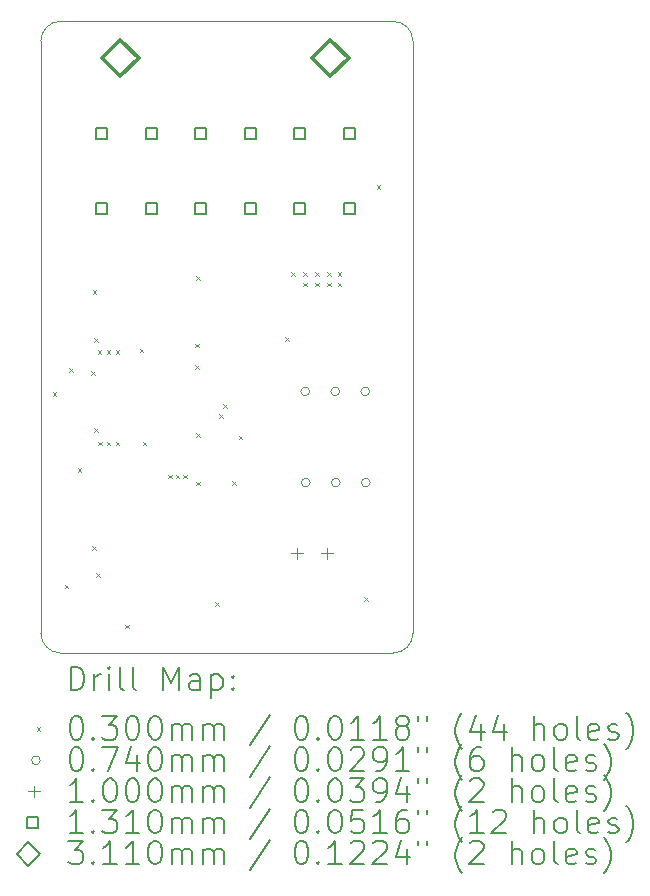
<source format=gbr>
%TF.GenerationSoftware,KiCad,Pcbnew,(6.0.8)*%
%TF.CreationDate,2023-06-01T04:31:06+02:00*%
%TF.ProjectId,BSPD-07,42535044-2d30-4372-9e6b-696361645f70,rev?*%
%TF.SameCoordinates,Original*%
%TF.FileFunction,Drillmap*%
%TF.FilePolarity,Positive*%
%FSLAX45Y45*%
G04 Gerber Fmt 4.5, Leading zero omitted, Abs format (unit mm)*
G04 Created by KiCad (PCBNEW (6.0.8)) date 2023-06-01 04:31:06*
%MOMM*%
%LPD*%
G01*
G04 APERTURE LIST*
%ADD10C,0.100000*%
%ADD11C,0.200000*%
%ADD12C,0.030000*%
%ADD13C,0.074000*%
%ADD14C,0.131000*%
%ADD15C,0.311000*%
G04 APERTURE END LIST*
D10*
X14995880Y-8238490D02*
G75*
G03*
X14830780Y-8403590I0J-165100D01*
G01*
X17980380Y-8403590D02*
G75*
G03*
X17815280Y-8238490I-165100J0D01*
G01*
X17815280Y-8238490D02*
X14995880Y-8238490D01*
X17815280Y-13585190D02*
G75*
G03*
X17980380Y-13420090I0J165100D01*
G01*
X14830780Y-13420090D02*
G75*
G03*
X14995880Y-13585190I165100J0D01*
G01*
X14995880Y-13585190D02*
X17815280Y-13585190D01*
X14830780Y-8403590D02*
X14830780Y-13420090D01*
X17980380Y-8403590D02*
X17980380Y-13420090D01*
D11*
D12*
X14930080Y-11379440D02*
X14960080Y-11409440D01*
X14960080Y-11379440D02*
X14930080Y-11409440D01*
X15031680Y-13007580D02*
X15061680Y-13037580D01*
X15061680Y-13007580D02*
X15031680Y-13037580D01*
X15069780Y-11176240D02*
X15099780Y-11206240D01*
X15099780Y-11176240D02*
X15069780Y-11206240D01*
X15143440Y-12022060D02*
X15173440Y-12052060D01*
X15173440Y-12022060D02*
X15143440Y-12052060D01*
X15255880Y-11201640D02*
X15285880Y-11231640D01*
X15285880Y-11201640D02*
X15255880Y-11231640D01*
X15265360Y-12682460D02*
X15295360Y-12712460D01*
X15295360Y-12682460D02*
X15265360Y-12712460D01*
X15270440Y-10513300D02*
X15300440Y-10543300D01*
X15300440Y-10513300D02*
X15270440Y-10543300D01*
X15281280Y-10922240D02*
X15311280Y-10952240D01*
X15311280Y-10922240D02*
X15281280Y-10952240D01*
X15281280Y-11684240D02*
X15311280Y-11714240D01*
X15311280Y-11684240D02*
X15281280Y-11714240D01*
X15298380Y-12911060D02*
X15328380Y-12941060D01*
X15328380Y-12911060D02*
X15298380Y-12941060D01*
X15313620Y-11023840D02*
X15343620Y-11053840D01*
X15343620Y-11023840D02*
X15313620Y-11053840D01*
X15316160Y-11798540D02*
X15346160Y-11828540D01*
X15346160Y-11798540D02*
X15316160Y-11828540D01*
X15387280Y-11023840D02*
X15417280Y-11053840D01*
X15417280Y-11023840D02*
X15387280Y-11053840D01*
X15387280Y-11798540D02*
X15417280Y-11828540D01*
X15417280Y-11798540D02*
X15387280Y-11828540D01*
X15463480Y-11023840D02*
X15493480Y-11053840D01*
X15493480Y-11023840D02*
X15463480Y-11053840D01*
X15463480Y-11798540D02*
X15493480Y-11828540D01*
X15493480Y-11798540D02*
X15463480Y-11828540D01*
X15544760Y-13347940D02*
X15574760Y-13377940D01*
X15574760Y-13347940D02*
X15544760Y-13377940D01*
X15666680Y-11011140D02*
X15696680Y-11041140D01*
X15696680Y-11011140D02*
X15666680Y-11041140D01*
X15692080Y-11798540D02*
X15722080Y-11828540D01*
X15722080Y-11798540D02*
X15692080Y-11828540D01*
X15907980Y-12077940D02*
X15937980Y-12107940D01*
X15937980Y-12077940D02*
X15907980Y-12107940D01*
X15971480Y-12077940D02*
X16001480Y-12107940D01*
X16001480Y-12077940D02*
X15971480Y-12107940D01*
X16034980Y-12077940D02*
X16064980Y-12107940D01*
X16064980Y-12077940D02*
X16034980Y-12107940D01*
X16136580Y-11150840D02*
X16166580Y-11180840D01*
X16166580Y-11150840D02*
X16136580Y-11180840D01*
X16139120Y-10967960D02*
X16169120Y-10997960D01*
X16169120Y-10967960D02*
X16139120Y-10997960D01*
X16144200Y-10396460D02*
X16174200Y-10426460D01*
X16174200Y-10396460D02*
X16144200Y-10426460D01*
X16144200Y-11727420D02*
X16174200Y-11757420D01*
X16174200Y-11727420D02*
X16144200Y-11757420D01*
X16144200Y-12135340D02*
X16174200Y-12165340D01*
X16174200Y-12135340D02*
X16144200Y-12165340D01*
X16306960Y-13154900D02*
X16336960Y-13184900D01*
X16336960Y-13154900D02*
X16306960Y-13184900D01*
X16339780Y-11564860D02*
X16369780Y-11594860D01*
X16369780Y-11564860D02*
X16339780Y-11594860D01*
X16373480Y-11481040D02*
X16403480Y-11511040D01*
X16403480Y-11481040D02*
X16373480Y-11511040D01*
X16449000Y-12133820D02*
X16479000Y-12163820D01*
X16479000Y-12133820D02*
X16449000Y-12163820D01*
X16505430Y-11747740D02*
X16535430Y-11777740D01*
X16535430Y-11747740D02*
X16505430Y-11777740D01*
X16901120Y-10914620D02*
X16931120Y-10944620D01*
X16931120Y-10914620D02*
X16901120Y-10944620D01*
X16949380Y-10363440D02*
X16979380Y-10393440D01*
X16979380Y-10363440D02*
X16949380Y-10393440D01*
X17050980Y-10363440D02*
X17080980Y-10393440D01*
X17080980Y-10363440D02*
X17050980Y-10393440D01*
X17050980Y-10452340D02*
X17080980Y-10482340D01*
X17080980Y-10452340D02*
X17050980Y-10482340D01*
X17152580Y-10363440D02*
X17182580Y-10393440D01*
X17182580Y-10363440D02*
X17152580Y-10393440D01*
X17152580Y-10452340D02*
X17182580Y-10482340D01*
X17182580Y-10452340D02*
X17152580Y-10482340D01*
X17254180Y-10363440D02*
X17284180Y-10393440D01*
X17284180Y-10363440D02*
X17254180Y-10393440D01*
X17254180Y-10452340D02*
X17284180Y-10482340D01*
X17284180Y-10452340D02*
X17254180Y-10482340D01*
X17343080Y-10363440D02*
X17373080Y-10393440D01*
X17373080Y-10363440D02*
X17343080Y-10393440D01*
X17343080Y-10452340D02*
X17373080Y-10482340D01*
X17373080Y-10452340D02*
X17343080Y-10482340D01*
X17566600Y-13114260D02*
X17596600Y-13144260D01*
X17596600Y-13114260D02*
X17566600Y-13144260D01*
X17673280Y-9626840D02*
X17703280Y-9656840D01*
X17703280Y-9626840D02*
X17673280Y-9656840D01*
D13*
X17105520Y-11371580D02*
G75*
G03*
X17105520Y-11371580I-37000J0D01*
G01*
X17110600Y-12143740D02*
G75*
G03*
X17110600Y-12143740I-37000J0D01*
G01*
X17359520Y-11371580D02*
G75*
G03*
X17359520Y-11371580I-37000J0D01*
G01*
X17364600Y-12143740D02*
G75*
G03*
X17364600Y-12143740I-37000J0D01*
G01*
X17613520Y-11371580D02*
G75*
G03*
X17613520Y-11371580I-37000J0D01*
G01*
X17618600Y-12143740D02*
G75*
G03*
X17618600Y-12143740I-37000J0D01*
G01*
D10*
X16996900Y-12693180D02*
X16996900Y-12793180D01*
X16946900Y-12743180D02*
X17046900Y-12743180D01*
X17250900Y-12693180D02*
X17250900Y-12793180D01*
X17200900Y-12743180D02*
X17300900Y-12743180D01*
D14*
X15391696Y-9230956D02*
X15391696Y-9138324D01*
X15299064Y-9138324D01*
X15299064Y-9230956D01*
X15391696Y-9230956D01*
X15391696Y-9865956D02*
X15391696Y-9773324D01*
X15299064Y-9773324D01*
X15299064Y-9865956D01*
X15391696Y-9865956D01*
X15810696Y-9230956D02*
X15810696Y-9138324D01*
X15718064Y-9138324D01*
X15718064Y-9230956D01*
X15810696Y-9230956D01*
X15810696Y-9865956D02*
X15810696Y-9773324D01*
X15718064Y-9773324D01*
X15718064Y-9865956D01*
X15810696Y-9865956D01*
X16229696Y-9230956D02*
X16229696Y-9138324D01*
X16137064Y-9138324D01*
X16137064Y-9230956D01*
X16229696Y-9230956D01*
X16229696Y-9865956D02*
X16229696Y-9773324D01*
X16137064Y-9773324D01*
X16137064Y-9865956D01*
X16229696Y-9865956D01*
X16648696Y-9230956D02*
X16648696Y-9138324D01*
X16556064Y-9138324D01*
X16556064Y-9230956D01*
X16648696Y-9230956D01*
X16648696Y-9865956D02*
X16648696Y-9773324D01*
X16556064Y-9773324D01*
X16556064Y-9865956D01*
X16648696Y-9865956D01*
X17067696Y-9230956D02*
X17067696Y-9138324D01*
X16975064Y-9138324D01*
X16975064Y-9230956D01*
X17067696Y-9230956D01*
X17067696Y-9865956D02*
X17067696Y-9773324D01*
X16975064Y-9773324D01*
X16975064Y-9865956D01*
X17067696Y-9865956D01*
X17486696Y-9230956D02*
X17486696Y-9138324D01*
X17394064Y-9138324D01*
X17394064Y-9230956D01*
X17486696Y-9230956D01*
X17486696Y-9865956D02*
X17486696Y-9773324D01*
X17394064Y-9773324D01*
X17394064Y-9865956D01*
X17486696Y-9865956D01*
D15*
X15503380Y-8705140D02*
X15658880Y-8549640D01*
X15503380Y-8394140D01*
X15347880Y-8549640D01*
X15503380Y-8705140D01*
X17281380Y-8705140D02*
X17436880Y-8549640D01*
X17281380Y-8394140D01*
X17125880Y-8549640D01*
X17281380Y-8705140D01*
D11*
X15083399Y-13900666D02*
X15083399Y-13700666D01*
X15131018Y-13700666D01*
X15159589Y-13710190D01*
X15178637Y-13729238D01*
X15188161Y-13748285D01*
X15197685Y-13786380D01*
X15197685Y-13814952D01*
X15188161Y-13853047D01*
X15178637Y-13872095D01*
X15159589Y-13891142D01*
X15131018Y-13900666D01*
X15083399Y-13900666D01*
X15283399Y-13900666D02*
X15283399Y-13767333D01*
X15283399Y-13805428D02*
X15292923Y-13786380D01*
X15302447Y-13776857D01*
X15321494Y-13767333D01*
X15340542Y-13767333D01*
X15407208Y-13900666D02*
X15407208Y-13767333D01*
X15407208Y-13700666D02*
X15397685Y-13710190D01*
X15407208Y-13719714D01*
X15416732Y-13710190D01*
X15407208Y-13700666D01*
X15407208Y-13719714D01*
X15531018Y-13900666D02*
X15511970Y-13891142D01*
X15502447Y-13872095D01*
X15502447Y-13700666D01*
X15635780Y-13900666D02*
X15616732Y-13891142D01*
X15607208Y-13872095D01*
X15607208Y-13700666D01*
X15864351Y-13900666D02*
X15864351Y-13700666D01*
X15931018Y-13843523D01*
X15997685Y-13700666D01*
X15997685Y-13900666D01*
X16178637Y-13900666D02*
X16178637Y-13795904D01*
X16169113Y-13776857D01*
X16150066Y-13767333D01*
X16111970Y-13767333D01*
X16092923Y-13776857D01*
X16178637Y-13891142D02*
X16159589Y-13900666D01*
X16111970Y-13900666D01*
X16092923Y-13891142D01*
X16083399Y-13872095D01*
X16083399Y-13853047D01*
X16092923Y-13833999D01*
X16111970Y-13824476D01*
X16159589Y-13824476D01*
X16178637Y-13814952D01*
X16273875Y-13767333D02*
X16273875Y-13967333D01*
X16273875Y-13776857D02*
X16292923Y-13767333D01*
X16331018Y-13767333D01*
X16350066Y-13776857D01*
X16359589Y-13786380D01*
X16369113Y-13805428D01*
X16369113Y-13862571D01*
X16359589Y-13881618D01*
X16350066Y-13891142D01*
X16331018Y-13900666D01*
X16292923Y-13900666D01*
X16273875Y-13891142D01*
X16454828Y-13881618D02*
X16464351Y-13891142D01*
X16454828Y-13900666D01*
X16445304Y-13891142D01*
X16454828Y-13881618D01*
X16454828Y-13900666D01*
X16454828Y-13776857D02*
X16464351Y-13786380D01*
X16454828Y-13795904D01*
X16445304Y-13786380D01*
X16454828Y-13776857D01*
X16454828Y-13795904D01*
D12*
X14795780Y-14215190D02*
X14825780Y-14245190D01*
X14825780Y-14215190D02*
X14795780Y-14245190D01*
D11*
X15121494Y-14120666D02*
X15140542Y-14120666D01*
X15159589Y-14130190D01*
X15169113Y-14139714D01*
X15178637Y-14158761D01*
X15188161Y-14196857D01*
X15188161Y-14244476D01*
X15178637Y-14282571D01*
X15169113Y-14301618D01*
X15159589Y-14311142D01*
X15140542Y-14320666D01*
X15121494Y-14320666D01*
X15102447Y-14311142D01*
X15092923Y-14301618D01*
X15083399Y-14282571D01*
X15073875Y-14244476D01*
X15073875Y-14196857D01*
X15083399Y-14158761D01*
X15092923Y-14139714D01*
X15102447Y-14130190D01*
X15121494Y-14120666D01*
X15273875Y-14301618D02*
X15283399Y-14311142D01*
X15273875Y-14320666D01*
X15264351Y-14311142D01*
X15273875Y-14301618D01*
X15273875Y-14320666D01*
X15350066Y-14120666D02*
X15473875Y-14120666D01*
X15407208Y-14196857D01*
X15435780Y-14196857D01*
X15454828Y-14206380D01*
X15464351Y-14215904D01*
X15473875Y-14234952D01*
X15473875Y-14282571D01*
X15464351Y-14301618D01*
X15454828Y-14311142D01*
X15435780Y-14320666D01*
X15378637Y-14320666D01*
X15359589Y-14311142D01*
X15350066Y-14301618D01*
X15597685Y-14120666D02*
X15616732Y-14120666D01*
X15635780Y-14130190D01*
X15645304Y-14139714D01*
X15654828Y-14158761D01*
X15664351Y-14196857D01*
X15664351Y-14244476D01*
X15654828Y-14282571D01*
X15645304Y-14301618D01*
X15635780Y-14311142D01*
X15616732Y-14320666D01*
X15597685Y-14320666D01*
X15578637Y-14311142D01*
X15569113Y-14301618D01*
X15559589Y-14282571D01*
X15550066Y-14244476D01*
X15550066Y-14196857D01*
X15559589Y-14158761D01*
X15569113Y-14139714D01*
X15578637Y-14130190D01*
X15597685Y-14120666D01*
X15788161Y-14120666D02*
X15807208Y-14120666D01*
X15826256Y-14130190D01*
X15835780Y-14139714D01*
X15845304Y-14158761D01*
X15854828Y-14196857D01*
X15854828Y-14244476D01*
X15845304Y-14282571D01*
X15835780Y-14301618D01*
X15826256Y-14311142D01*
X15807208Y-14320666D01*
X15788161Y-14320666D01*
X15769113Y-14311142D01*
X15759589Y-14301618D01*
X15750066Y-14282571D01*
X15740542Y-14244476D01*
X15740542Y-14196857D01*
X15750066Y-14158761D01*
X15759589Y-14139714D01*
X15769113Y-14130190D01*
X15788161Y-14120666D01*
X15940542Y-14320666D02*
X15940542Y-14187333D01*
X15940542Y-14206380D02*
X15950066Y-14196857D01*
X15969113Y-14187333D01*
X15997685Y-14187333D01*
X16016732Y-14196857D01*
X16026256Y-14215904D01*
X16026256Y-14320666D01*
X16026256Y-14215904D02*
X16035780Y-14196857D01*
X16054828Y-14187333D01*
X16083399Y-14187333D01*
X16102447Y-14196857D01*
X16111970Y-14215904D01*
X16111970Y-14320666D01*
X16207208Y-14320666D02*
X16207208Y-14187333D01*
X16207208Y-14206380D02*
X16216732Y-14196857D01*
X16235780Y-14187333D01*
X16264351Y-14187333D01*
X16283399Y-14196857D01*
X16292923Y-14215904D01*
X16292923Y-14320666D01*
X16292923Y-14215904D02*
X16302447Y-14196857D01*
X16321494Y-14187333D01*
X16350066Y-14187333D01*
X16369113Y-14196857D01*
X16378637Y-14215904D01*
X16378637Y-14320666D01*
X16769113Y-14111142D02*
X16597685Y-14368285D01*
X17026256Y-14120666D02*
X17045304Y-14120666D01*
X17064351Y-14130190D01*
X17073875Y-14139714D01*
X17083399Y-14158761D01*
X17092923Y-14196857D01*
X17092923Y-14244476D01*
X17083399Y-14282571D01*
X17073875Y-14301618D01*
X17064351Y-14311142D01*
X17045304Y-14320666D01*
X17026256Y-14320666D01*
X17007209Y-14311142D01*
X16997685Y-14301618D01*
X16988161Y-14282571D01*
X16978637Y-14244476D01*
X16978637Y-14196857D01*
X16988161Y-14158761D01*
X16997685Y-14139714D01*
X17007209Y-14130190D01*
X17026256Y-14120666D01*
X17178637Y-14301618D02*
X17188161Y-14311142D01*
X17178637Y-14320666D01*
X17169113Y-14311142D01*
X17178637Y-14301618D01*
X17178637Y-14320666D01*
X17311970Y-14120666D02*
X17331018Y-14120666D01*
X17350066Y-14130190D01*
X17359590Y-14139714D01*
X17369113Y-14158761D01*
X17378637Y-14196857D01*
X17378637Y-14244476D01*
X17369113Y-14282571D01*
X17359590Y-14301618D01*
X17350066Y-14311142D01*
X17331018Y-14320666D01*
X17311970Y-14320666D01*
X17292923Y-14311142D01*
X17283399Y-14301618D01*
X17273875Y-14282571D01*
X17264351Y-14244476D01*
X17264351Y-14196857D01*
X17273875Y-14158761D01*
X17283399Y-14139714D01*
X17292923Y-14130190D01*
X17311970Y-14120666D01*
X17569113Y-14320666D02*
X17454828Y-14320666D01*
X17511970Y-14320666D02*
X17511970Y-14120666D01*
X17492923Y-14149238D01*
X17473875Y-14168285D01*
X17454828Y-14177809D01*
X17759590Y-14320666D02*
X17645304Y-14320666D01*
X17702447Y-14320666D02*
X17702447Y-14120666D01*
X17683399Y-14149238D01*
X17664351Y-14168285D01*
X17645304Y-14177809D01*
X17873875Y-14206380D02*
X17854828Y-14196857D01*
X17845304Y-14187333D01*
X17835780Y-14168285D01*
X17835780Y-14158761D01*
X17845304Y-14139714D01*
X17854828Y-14130190D01*
X17873875Y-14120666D01*
X17911970Y-14120666D01*
X17931018Y-14130190D01*
X17940542Y-14139714D01*
X17950066Y-14158761D01*
X17950066Y-14168285D01*
X17940542Y-14187333D01*
X17931018Y-14196857D01*
X17911970Y-14206380D01*
X17873875Y-14206380D01*
X17854828Y-14215904D01*
X17845304Y-14225428D01*
X17835780Y-14244476D01*
X17835780Y-14282571D01*
X17845304Y-14301618D01*
X17854828Y-14311142D01*
X17873875Y-14320666D01*
X17911970Y-14320666D01*
X17931018Y-14311142D01*
X17940542Y-14301618D01*
X17950066Y-14282571D01*
X17950066Y-14244476D01*
X17940542Y-14225428D01*
X17931018Y-14215904D01*
X17911970Y-14206380D01*
X18026256Y-14120666D02*
X18026256Y-14158761D01*
X18102447Y-14120666D02*
X18102447Y-14158761D01*
X18397685Y-14396857D02*
X18388161Y-14387333D01*
X18369113Y-14358761D01*
X18359590Y-14339714D01*
X18350066Y-14311142D01*
X18340542Y-14263523D01*
X18340542Y-14225428D01*
X18350066Y-14177809D01*
X18359590Y-14149238D01*
X18369113Y-14130190D01*
X18388161Y-14101618D01*
X18397685Y-14092095D01*
X18559590Y-14187333D02*
X18559590Y-14320666D01*
X18511970Y-14111142D02*
X18464351Y-14253999D01*
X18588161Y-14253999D01*
X18750066Y-14187333D02*
X18750066Y-14320666D01*
X18702447Y-14111142D02*
X18654828Y-14253999D01*
X18778637Y-14253999D01*
X19007209Y-14320666D02*
X19007209Y-14120666D01*
X19092923Y-14320666D02*
X19092923Y-14215904D01*
X19083399Y-14196857D01*
X19064351Y-14187333D01*
X19035780Y-14187333D01*
X19016732Y-14196857D01*
X19007209Y-14206380D01*
X19216732Y-14320666D02*
X19197685Y-14311142D01*
X19188161Y-14301618D01*
X19178637Y-14282571D01*
X19178637Y-14225428D01*
X19188161Y-14206380D01*
X19197685Y-14196857D01*
X19216732Y-14187333D01*
X19245304Y-14187333D01*
X19264351Y-14196857D01*
X19273875Y-14206380D01*
X19283399Y-14225428D01*
X19283399Y-14282571D01*
X19273875Y-14301618D01*
X19264351Y-14311142D01*
X19245304Y-14320666D01*
X19216732Y-14320666D01*
X19397685Y-14320666D02*
X19378637Y-14311142D01*
X19369113Y-14292095D01*
X19369113Y-14120666D01*
X19550066Y-14311142D02*
X19531018Y-14320666D01*
X19492923Y-14320666D01*
X19473875Y-14311142D01*
X19464351Y-14292095D01*
X19464351Y-14215904D01*
X19473875Y-14196857D01*
X19492923Y-14187333D01*
X19531018Y-14187333D01*
X19550066Y-14196857D01*
X19559590Y-14215904D01*
X19559590Y-14234952D01*
X19464351Y-14253999D01*
X19635780Y-14311142D02*
X19654828Y-14320666D01*
X19692923Y-14320666D01*
X19711970Y-14311142D01*
X19721494Y-14292095D01*
X19721494Y-14282571D01*
X19711970Y-14263523D01*
X19692923Y-14253999D01*
X19664351Y-14253999D01*
X19645304Y-14244476D01*
X19635780Y-14225428D01*
X19635780Y-14215904D01*
X19645304Y-14196857D01*
X19664351Y-14187333D01*
X19692923Y-14187333D01*
X19711970Y-14196857D01*
X19788161Y-14396857D02*
X19797685Y-14387333D01*
X19816732Y-14358761D01*
X19826256Y-14339714D01*
X19835780Y-14311142D01*
X19845304Y-14263523D01*
X19845304Y-14225428D01*
X19835780Y-14177809D01*
X19826256Y-14149238D01*
X19816732Y-14130190D01*
X19797685Y-14101618D01*
X19788161Y-14092095D01*
D13*
X14825780Y-14494190D02*
G75*
G03*
X14825780Y-14494190I-37000J0D01*
G01*
D11*
X15121494Y-14384666D02*
X15140542Y-14384666D01*
X15159589Y-14394190D01*
X15169113Y-14403714D01*
X15178637Y-14422761D01*
X15188161Y-14460857D01*
X15188161Y-14508476D01*
X15178637Y-14546571D01*
X15169113Y-14565618D01*
X15159589Y-14575142D01*
X15140542Y-14584666D01*
X15121494Y-14584666D01*
X15102447Y-14575142D01*
X15092923Y-14565618D01*
X15083399Y-14546571D01*
X15073875Y-14508476D01*
X15073875Y-14460857D01*
X15083399Y-14422761D01*
X15092923Y-14403714D01*
X15102447Y-14394190D01*
X15121494Y-14384666D01*
X15273875Y-14565618D02*
X15283399Y-14575142D01*
X15273875Y-14584666D01*
X15264351Y-14575142D01*
X15273875Y-14565618D01*
X15273875Y-14584666D01*
X15350066Y-14384666D02*
X15483399Y-14384666D01*
X15397685Y-14584666D01*
X15645304Y-14451333D02*
X15645304Y-14584666D01*
X15597685Y-14375142D02*
X15550066Y-14517999D01*
X15673875Y-14517999D01*
X15788161Y-14384666D02*
X15807208Y-14384666D01*
X15826256Y-14394190D01*
X15835780Y-14403714D01*
X15845304Y-14422761D01*
X15854828Y-14460857D01*
X15854828Y-14508476D01*
X15845304Y-14546571D01*
X15835780Y-14565618D01*
X15826256Y-14575142D01*
X15807208Y-14584666D01*
X15788161Y-14584666D01*
X15769113Y-14575142D01*
X15759589Y-14565618D01*
X15750066Y-14546571D01*
X15740542Y-14508476D01*
X15740542Y-14460857D01*
X15750066Y-14422761D01*
X15759589Y-14403714D01*
X15769113Y-14394190D01*
X15788161Y-14384666D01*
X15940542Y-14584666D02*
X15940542Y-14451333D01*
X15940542Y-14470380D02*
X15950066Y-14460857D01*
X15969113Y-14451333D01*
X15997685Y-14451333D01*
X16016732Y-14460857D01*
X16026256Y-14479904D01*
X16026256Y-14584666D01*
X16026256Y-14479904D02*
X16035780Y-14460857D01*
X16054828Y-14451333D01*
X16083399Y-14451333D01*
X16102447Y-14460857D01*
X16111970Y-14479904D01*
X16111970Y-14584666D01*
X16207208Y-14584666D02*
X16207208Y-14451333D01*
X16207208Y-14470380D02*
X16216732Y-14460857D01*
X16235780Y-14451333D01*
X16264351Y-14451333D01*
X16283399Y-14460857D01*
X16292923Y-14479904D01*
X16292923Y-14584666D01*
X16292923Y-14479904D02*
X16302447Y-14460857D01*
X16321494Y-14451333D01*
X16350066Y-14451333D01*
X16369113Y-14460857D01*
X16378637Y-14479904D01*
X16378637Y-14584666D01*
X16769113Y-14375142D02*
X16597685Y-14632285D01*
X17026256Y-14384666D02*
X17045304Y-14384666D01*
X17064351Y-14394190D01*
X17073875Y-14403714D01*
X17083399Y-14422761D01*
X17092923Y-14460857D01*
X17092923Y-14508476D01*
X17083399Y-14546571D01*
X17073875Y-14565618D01*
X17064351Y-14575142D01*
X17045304Y-14584666D01*
X17026256Y-14584666D01*
X17007209Y-14575142D01*
X16997685Y-14565618D01*
X16988161Y-14546571D01*
X16978637Y-14508476D01*
X16978637Y-14460857D01*
X16988161Y-14422761D01*
X16997685Y-14403714D01*
X17007209Y-14394190D01*
X17026256Y-14384666D01*
X17178637Y-14565618D02*
X17188161Y-14575142D01*
X17178637Y-14584666D01*
X17169113Y-14575142D01*
X17178637Y-14565618D01*
X17178637Y-14584666D01*
X17311970Y-14384666D02*
X17331018Y-14384666D01*
X17350066Y-14394190D01*
X17359590Y-14403714D01*
X17369113Y-14422761D01*
X17378637Y-14460857D01*
X17378637Y-14508476D01*
X17369113Y-14546571D01*
X17359590Y-14565618D01*
X17350066Y-14575142D01*
X17331018Y-14584666D01*
X17311970Y-14584666D01*
X17292923Y-14575142D01*
X17283399Y-14565618D01*
X17273875Y-14546571D01*
X17264351Y-14508476D01*
X17264351Y-14460857D01*
X17273875Y-14422761D01*
X17283399Y-14403714D01*
X17292923Y-14394190D01*
X17311970Y-14384666D01*
X17454828Y-14403714D02*
X17464351Y-14394190D01*
X17483399Y-14384666D01*
X17531018Y-14384666D01*
X17550066Y-14394190D01*
X17559590Y-14403714D01*
X17569113Y-14422761D01*
X17569113Y-14441809D01*
X17559590Y-14470380D01*
X17445304Y-14584666D01*
X17569113Y-14584666D01*
X17664351Y-14584666D02*
X17702447Y-14584666D01*
X17721494Y-14575142D01*
X17731018Y-14565618D01*
X17750066Y-14537047D01*
X17759590Y-14498952D01*
X17759590Y-14422761D01*
X17750066Y-14403714D01*
X17740542Y-14394190D01*
X17721494Y-14384666D01*
X17683399Y-14384666D01*
X17664351Y-14394190D01*
X17654828Y-14403714D01*
X17645304Y-14422761D01*
X17645304Y-14470380D01*
X17654828Y-14489428D01*
X17664351Y-14498952D01*
X17683399Y-14508476D01*
X17721494Y-14508476D01*
X17740542Y-14498952D01*
X17750066Y-14489428D01*
X17759590Y-14470380D01*
X17950066Y-14584666D02*
X17835780Y-14584666D01*
X17892923Y-14584666D02*
X17892923Y-14384666D01*
X17873875Y-14413238D01*
X17854828Y-14432285D01*
X17835780Y-14441809D01*
X18026256Y-14384666D02*
X18026256Y-14422761D01*
X18102447Y-14384666D02*
X18102447Y-14422761D01*
X18397685Y-14660857D02*
X18388161Y-14651333D01*
X18369113Y-14622761D01*
X18359590Y-14603714D01*
X18350066Y-14575142D01*
X18340542Y-14527523D01*
X18340542Y-14489428D01*
X18350066Y-14441809D01*
X18359590Y-14413238D01*
X18369113Y-14394190D01*
X18388161Y-14365618D01*
X18397685Y-14356095D01*
X18559590Y-14384666D02*
X18521494Y-14384666D01*
X18502447Y-14394190D01*
X18492923Y-14403714D01*
X18473875Y-14432285D01*
X18464351Y-14470380D01*
X18464351Y-14546571D01*
X18473875Y-14565618D01*
X18483399Y-14575142D01*
X18502447Y-14584666D01*
X18540542Y-14584666D01*
X18559590Y-14575142D01*
X18569113Y-14565618D01*
X18578637Y-14546571D01*
X18578637Y-14498952D01*
X18569113Y-14479904D01*
X18559590Y-14470380D01*
X18540542Y-14460857D01*
X18502447Y-14460857D01*
X18483399Y-14470380D01*
X18473875Y-14479904D01*
X18464351Y-14498952D01*
X18816732Y-14584666D02*
X18816732Y-14384666D01*
X18902447Y-14584666D02*
X18902447Y-14479904D01*
X18892923Y-14460857D01*
X18873875Y-14451333D01*
X18845304Y-14451333D01*
X18826256Y-14460857D01*
X18816732Y-14470380D01*
X19026256Y-14584666D02*
X19007209Y-14575142D01*
X18997685Y-14565618D01*
X18988161Y-14546571D01*
X18988161Y-14489428D01*
X18997685Y-14470380D01*
X19007209Y-14460857D01*
X19026256Y-14451333D01*
X19054828Y-14451333D01*
X19073875Y-14460857D01*
X19083399Y-14470380D01*
X19092923Y-14489428D01*
X19092923Y-14546571D01*
X19083399Y-14565618D01*
X19073875Y-14575142D01*
X19054828Y-14584666D01*
X19026256Y-14584666D01*
X19207209Y-14584666D02*
X19188161Y-14575142D01*
X19178637Y-14556095D01*
X19178637Y-14384666D01*
X19359590Y-14575142D02*
X19340542Y-14584666D01*
X19302447Y-14584666D01*
X19283399Y-14575142D01*
X19273875Y-14556095D01*
X19273875Y-14479904D01*
X19283399Y-14460857D01*
X19302447Y-14451333D01*
X19340542Y-14451333D01*
X19359590Y-14460857D01*
X19369113Y-14479904D01*
X19369113Y-14498952D01*
X19273875Y-14517999D01*
X19445304Y-14575142D02*
X19464351Y-14584666D01*
X19502447Y-14584666D01*
X19521494Y-14575142D01*
X19531018Y-14556095D01*
X19531018Y-14546571D01*
X19521494Y-14527523D01*
X19502447Y-14517999D01*
X19473875Y-14517999D01*
X19454828Y-14508476D01*
X19445304Y-14489428D01*
X19445304Y-14479904D01*
X19454828Y-14460857D01*
X19473875Y-14451333D01*
X19502447Y-14451333D01*
X19521494Y-14460857D01*
X19597685Y-14660857D02*
X19607209Y-14651333D01*
X19626256Y-14622761D01*
X19635780Y-14603714D01*
X19645304Y-14575142D01*
X19654828Y-14527523D01*
X19654828Y-14489428D01*
X19645304Y-14441809D01*
X19635780Y-14413238D01*
X19626256Y-14394190D01*
X19607209Y-14365618D01*
X19597685Y-14356095D01*
D10*
X14775780Y-14708190D02*
X14775780Y-14808190D01*
X14725780Y-14758190D02*
X14825780Y-14758190D01*
D11*
X15188161Y-14848666D02*
X15073875Y-14848666D01*
X15131018Y-14848666D02*
X15131018Y-14648666D01*
X15111970Y-14677238D01*
X15092923Y-14696285D01*
X15073875Y-14705809D01*
X15273875Y-14829618D02*
X15283399Y-14839142D01*
X15273875Y-14848666D01*
X15264351Y-14839142D01*
X15273875Y-14829618D01*
X15273875Y-14848666D01*
X15407208Y-14648666D02*
X15426256Y-14648666D01*
X15445304Y-14658190D01*
X15454828Y-14667714D01*
X15464351Y-14686761D01*
X15473875Y-14724857D01*
X15473875Y-14772476D01*
X15464351Y-14810571D01*
X15454828Y-14829618D01*
X15445304Y-14839142D01*
X15426256Y-14848666D01*
X15407208Y-14848666D01*
X15388161Y-14839142D01*
X15378637Y-14829618D01*
X15369113Y-14810571D01*
X15359589Y-14772476D01*
X15359589Y-14724857D01*
X15369113Y-14686761D01*
X15378637Y-14667714D01*
X15388161Y-14658190D01*
X15407208Y-14648666D01*
X15597685Y-14648666D02*
X15616732Y-14648666D01*
X15635780Y-14658190D01*
X15645304Y-14667714D01*
X15654828Y-14686761D01*
X15664351Y-14724857D01*
X15664351Y-14772476D01*
X15654828Y-14810571D01*
X15645304Y-14829618D01*
X15635780Y-14839142D01*
X15616732Y-14848666D01*
X15597685Y-14848666D01*
X15578637Y-14839142D01*
X15569113Y-14829618D01*
X15559589Y-14810571D01*
X15550066Y-14772476D01*
X15550066Y-14724857D01*
X15559589Y-14686761D01*
X15569113Y-14667714D01*
X15578637Y-14658190D01*
X15597685Y-14648666D01*
X15788161Y-14648666D02*
X15807208Y-14648666D01*
X15826256Y-14658190D01*
X15835780Y-14667714D01*
X15845304Y-14686761D01*
X15854828Y-14724857D01*
X15854828Y-14772476D01*
X15845304Y-14810571D01*
X15835780Y-14829618D01*
X15826256Y-14839142D01*
X15807208Y-14848666D01*
X15788161Y-14848666D01*
X15769113Y-14839142D01*
X15759589Y-14829618D01*
X15750066Y-14810571D01*
X15740542Y-14772476D01*
X15740542Y-14724857D01*
X15750066Y-14686761D01*
X15759589Y-14667714D01*
X15769113Y-14658190D01*
X15788161Y-14648666D01*
X15940542Y-14848666D02*
X15940542Y-14715333D01*
X15940542Y-14734380D02*
X15950066Y-14724857D01*
X15969113Y-14715333D01*
X15997685Y-14715333D01*
X16016732Y-14724857D01*
X16026256Y-14743904D01*
X16026256Y-14848666D01*
X16026256Y-14743904D02*
X16035780Y-14724857D01*
X16054828Y-14715333D01*
X16083399Y-14715333D01*
X16102447Y-14724857D01*
X16111970Y-14743904D01*
X16111970Y-14848666D01*
X16207208Y-14848666D02*
X16207208Y-14715333D01*
X16207208Y-14734380D02*
X16216732Y-14724857D01*
X16235780Y-14715333D01*
X16264351Y-14715333D01*
X16283399Y-14724857D01*
X16292923Y-14743904D01*
X16292923Y-14848666D01*
X16292923Y-14743904D02*
X16302447Y-14724857D01*
X16321494Y-14715333D01*
X16350066Y-14715333D01*
X16369113Y-14724857D01*
X16378637Y-14743904D01*
X16378637Y-14848666D01*
X16769113Y-14639142D02*
X16597685Y-14896285D01*
X17026256Y-14648666D02*
X17045304Y-14648666D01*
X17064351Y-14658190D01*
X17073875Y-14667714D01*
X17083399Y-14686761D01*
X17092923Y-14724857D01*
X17092923Y-14772476D01*
X17083399Y-14810571D01*
X17073875Y-14829618D01*
X17064351Y-14839142D01*
X17045304Y-14848666D01*
X17026256Y-14848666D01*
X17007209Y-14839142D01*
X16997685Y-14829618D01*
X16988161Y-14810571D01*
X16978637Y-14772476D01*
X16978637Y-14724857D01*
X16988161Y-14686761D01*
X16997685Y-14667714D01*
X17007209Y-14658190D01*
X17026256Y-14648666D01*
X17178637Y-14829618D02*
X17188161Y-14839142D01*
X17178637Y-14848666D01*
X17169113Y-14839142D01*
X17178637Y-14829618D01*
X17178637Y-14848666D01*
X17311970Y-14648666D02*
X17331018Y-14648666D01*
X17350066Y-14658190D01*
X17359590Y-14667714D01*
X17369113Y-14686761D01*
X17378637Y-14724857D01*
X17378637Y-14772476D01*
X17369113Y-14810571D01*
X17359590Y-14829618D01*
X17350066Y-14839142D01*
X17331018Y-14848666D01*
X17311970Y-14848666D01*
X17292923Y-14839142D01*
X17283399Y-14829618D01*
X17273875Y-14810571D01*
X17264351Y-14772476D01*
X17264351Y-14724857D01*
X17273875Y-14686761D01*
X17283399Y-14667714D01*
X17292923Y-14658190D01*
X17311970Y-14648666D01*
X17445304Y-14648666D02*
X17569113Y-14648666D01*
X17502447Y-14724857D01*
X17531018Y-14724857D01*
X17550066Y-14734380D01*
X17559590Y-14743904D01*
X17569113Y-14762952D01*
X17569113Y-14810571D01*
X17559590Y-14829618D01*
X17550066Y-14839142D01*
X17531018Y-14848666D01*
X17473875Y-14848666D01*
X17454828Y-14839142D01*
X17445304Y-14829618D01*
X17664351Y-14848666D02*
X17702447Y-14848666D01*
X17721494Y-14839142D01*
X17731018Y-14829618D01*
X17750066Y-14801047D01*
X17759590Y-14762952D01*
X17759590Y-14686761D01*
X17750066Y-14667714D01*
X17740542Y-14658190D01*
X17721494Y-14648666D01*
X17683399Y-14648666D01*
X17664351Y-14658190D01*
X17654828Y-14667714D01*
X17645304Y-14686761D01*
X17645304Y-14734380D01*
X17654828Y-14753428D01*
X17664351Y-14762952D01*
X17683399Y-14772476D01*
X17721494Y-14772476D01*
X17740542Y-14762952D01*
X17750066Y-14753428D01*
X17759590Y-14734380D01*
X17931018Y-14715333D02*
X17931018Y-14848666D01*
X17883399Y-14639142D02*
X17835780Y-14781999D01*
X17959590Y-14781999D01*
X18026256Y-14648666D02*
X18026256Y-14686761D01*
X18102447Y-14648666D02*
X18102447Y-14686761D01*
X18397685Y-14924857D02*
X18388161Y-14915333D01*
X18369113Y-14886761D01*
X18359590Y-14867714D01*
X18350066Y-14839142D01*
X18340542Y-14791523D01*
X18340542Y-14753428D01*
X18350066Y-14705809D01*
X18359590Y-14677238D01*
X18369113Y-14658190D01*
X18388161Y-14629618D01*
X18397685Y-14620095D01*
X18464351Y-14667714D02*
X18473875Y-14658190D01*
X18492923Y-14648666D01*
X18540542Y-14648666D01*
X18559590Y-14658190D01*
X18569113Y-14667714D01*
X18578637Y-14686761D01*
X18578637Y-14705809D01*
X18569113Y-14734380D01*
X18454828Y-14848666D01*
X18578637Y-14848666D01*
X18816732Y-14848666D02*
X18816732Y-14648666D01*
X18902447Y-14848666D02*
X18902447Y-14743904D01*
X18892923Y-14724857D01*
X18873875Y-14715333D01*
X18845304Y-14715333D01*
X18826256Y-14724857D01*
X18816732Y-14734380D01*
X19026256Y-14848666D02*
X19007209Y-14839142D01*
X18997685Y-14829618D01*
X18988161Y-14810571D01*
X18988161Y-14753428D01*
X18997685Y-14734380D01*
X19007209Y-14724857D01*
X19026256Y-14715333D01*
X19054828Y-14715333D01*
X19073875Y-14724857D01*
X19083399Y-14734380D01*
X19092923Y-14753428D01*
X19092923Y-14810571D01*
X19083399Y-14829618D01*
X19073875Y-14839142D01*
X19054828Y-14848666D01*
X19026256Y-14848666D01*
X19207209Y-14848666D02*
X19188161Y-14839142D01*
X19178637Y-14820095D01*
X19178637Y-14648666D01*
X19359590Y-14839142D02*
X19340542Y-14848666D01*
X19302447Y-14848666D01*
X19283399Y-14839142D01*
X19273875Y-14820095D01*
X19273875Y-14743904D01*
X19283399Y-14724857D01*
X19302447Y-14715333D01*
X19340542Y-14715333D01*
X19359590Y-14724857D01*
X19369113Y-14743904D01*
X19369113Y-14762952D01*
X19273875Y-14781999D01*
X19445304Y-14839142D02*
X19464351Y-14848666D01*
X19502447Y-14848666D01*
X19521494Y-14839142D01*
X19531018Y-14820095D01*
X19531018Y-14810571D01*
X19521494Y-14791523D01*
X19502447Y-14781999D01*
X19473875Y-14781999D01*
X19454828Y-14772476D01*
X19445304Y-14753428D01*
X19445304Y-14743904D01*
X19454828Y-14724857D01*
X19473875Y-14715333D01*
X19502447Y-14715333D01*
X19521494Y-14724857D01*
X19597685Y-14924857D02*
X19607209Y-14915333D01*
X19626256Y-14886761D01*
X19635780Y-14867714D01*
X19645304Y-14839142D01*
X19654828Y-14791523D01*
X19654828Y-14753428D01*
X19645304Y-14705809D01*
X19635780Y-14677238D01*
X19626256Y-14658190D01*
X19607209Y-14629618D01*
X19597685Y-14620095D01*
D14*
X14806596Y-15068506D02*
X14806596Y-14975874D01*
X14713964Y-14975874D01*
X14713964Y-15068506D01*
X14806596Y-15068506D01*
D11*
X15188161Y-15112666D02*
X15073875Y-15112666D01*
X15131018Y-15112666D02*
X15131018Y-14912666D01*
X15111970Y-14941238D01*
X15092923Y-14960285D01*
X15073875Y-14969809D01*
X15273875Y-15093618D02*
X15283399Y-15103142D01*
X15273875Y-15112666D01*
X15264351Y-15103142D01*
X15273875Y-15093618D01*
X15273875Y-15112666D01*
X15350066Y-14912666D02*
X15473875Y-14912666D01*
X15407208Y-14988857D01*
X15435780Y-14988857D01*
X15454828Y-14998380D01*
X15464351Y-15007904D01*
X15473875Y-15026952D01*
X15473875Y-15074571D01*
X15464351Y-15093618D01*
X15454828Y-15103142D01*
X15435780Y-15112666D01*
X15378637Y-15112666D01*
X15359589Y-15103142D01*
X15350066Y-15093618D01*
X15664351Y-15112666D02*
X15550066Y-15112666D01*
X15607208Y-15112666D02*
X15607208Y-14912666D01*
X15588161Y-14941238D01*
X15569113Y-14960285D01*
X15550066Y-14969809D01*
X15788161Y-14912666D02*
X15807208Y-14912666D01*
X15826256Y-14922190D01*
X15835780Y-14931714D01*
X15845304Y-14950761D01*
X15854828Y-14988857D01*
X15854828Y-15036476D01*
X15845304Y-15074571D01*
X15835780Y-15093618D01*
X15826256Y-15103142D01*
X15807208Y-15112666D01*
X15788161Y-15112666D01*
X15769113Y-15103142D01*
X15759589Y-15093618D01*
X15750066Y-15074571D01*
X15740542Y-15036476D01*
X15740542Y-14988857D01*
X15750066Y-14950761D01*
X15759589Y-14931714D01*
X15769113Y-14922190D01*
X15788161Y-14912666D01*
X15940542Y-15112666D02*
X15940542Y-14979333D01*
X15940542Y-14998380D02*
X15950066Y-14988857D01*
X15969113Y-14979333D01*
X15997685Y-14979333D01*
X16016732Y-14988857D01*
X16026256Y-15007904D01*
X16026256Y-15112666D01*
X16026256Y-15007904D02*
X16035780Y-14988857D01*
X16054828Y-14979333D01*
X16083399Y-14979333D01*
X16102447Y-14988857D01*
X16111970Y-15007904D01*
X16111970Y-15112666D01*
X16207208Y-15112666D02*
X16207208Y-14979333D01*
X16207208Y-14998380D02*
X16216732Y-14988857D01*
X16235780Y-14979333D01*
X16264351Y-14979333D01*
X16283399Y-14988857D01*
X16292923Y-15007904D01*
X16292923Y-15112666D01*
X16292923Y-15007904D02*
X16302447Y-14988857D01*
X16321494Y-14979333D01*
X16350066Y-14979333D01*
X16369113Y-14988857D01*
X16378637Y-15007904D01*
X16378637Y-15112666D01*
X16769113Y-14903142D02*
X16597685Y-15160285D01*
X17026256Y-14912666D02*
X17045304Y-14912666D01*
X17064351Y-14922190D01*
X17073875Y-14931714D01*
X17083399Y-14950761D01*
X17092923Y-14988857D01*
X17092923Y-15036476D01*
X17083399Y-15074571D01*
X17073875Y-15093618D01*
X17064351Y-15103142D01*
X17045304Y-15112666D01*
X17026256Y-15112666D01*
X17007209Y-15103142D01*
X16997685Y-15093618D01*
X16988161Y-15074571D01*
X16978637Y-15036476D01*
X16978637Y-14988857D01*
X16988161Y-14950761D01*
X16997685Y-14931714D01*
X17007209Y-14922190D01*
X17026256Y-14912666D01*
X17178637Y-15093618D02*
X17188161Y-15103142D01*
X17178637Y-15112666D01*
X17169113Y-15103142D01*
X17178637Y-15093618D01*
X17178637Y-15112666D01*
X17311970Y-14912666D02*
X17331018Y-14912666D01*
X17350066Y-14922190D01*
X17359590Y-14931714D01*
X17369113Y-14950761D01*
X17378637Y-14988857D01*
X17378637Y-15036476D01*
X17369113Y-15074571D01*
X17359590Y-15093618D01*
X17350066Y-15103142D01*
X17331018Y-15112666D01*
X17311970Y-15112666D01*
X17292923Y-15103142D01*
X17283399Y-15093618D01*
X17273875Y-15074571D01*
X17264351Y-15036476D01*
X17264351Y-14988857D01*
X17273875Y-14950761D01*
X17283399Y-14931714D01*
X17292923Y-14922190D01*
X17311970Y-14912666D01*
X17559590Y-14912666D02*
X17464351Y-14912666D01*
X17454828Y-15007904D01*
X17464351Y-14998380D01*
X17483399Y-14988857D01*
X17531018Y-14988857D01*
X17550066Y-14998380D01*
X17559590Y-15007904D01*
X17569113Y-15026952D01*
X17569113Y-15074571D01*
X17559590Y-15093618D01*
X17550066Y-15103142D01*
X17531018Y-15112666D01*
X17483399Y-15112666D01*
X17464351Y-15103142D01*
X17454828Y-15093618D01*
X17759590Y-15112666D02*
X17645304Y-15112666D01*
X17702447Y-15112666D02*
X17702447Y-14912666D01*
X17683399Y-14941238D01*
X17664351Y-14960285D01*
X17645304Y-14969809D01*
X17931018Y-14912666D02*
X17892923Y-14912666D01*
X17873875Y-14922190D01*
X17864351Y-14931714D01*
X17845304Y-14960285D01*
X17835780Y-14998380D01*
X17835780Y-15074571D01*
X17845304Y-15093618D01*
X17854828Y-15103142D01*
X17873875Y-15112666D01*
X17911970Y-15112666D01*
X17931018Y-15103142D01*
X17940542Y-15093618D01*
X17950066Y-15074571D01*
X17950066Y-15026952D01*
X17940542Y-15007904D01*
X17931018Y-14998380D01*
X17911970Y-14988857D01*
X17873875Y-14988857D01*
X17854828Y-14998380D01*
X17845304Y-15007904D01*
X17835780Y-15026952D01*
X18026256Y-14912666D02*
X18026256Y-14950761D01*
X18102447Y-14912666D02*
X18102447Y-14950761D01*
X18397685Y-15188857D02*
X18388161Y-15179333D01*
X18369113Y-15150761D01*
X18359590Y-15131714D01*
X18350066Y-15103142D01*
X18340542Y-15055523D01*
X18340542Y-15017428D01*
X18350066Y-14969809D01*
X18359590Y-14941238D01*
X18369113Y-14922190D01*
X18388161Y-14893618D01*
X18397685Y-14884095D01*
X18578637Y-15112666D02*
X18464351Y-15112666D01*
X18521494Y-15112666D02*
X18521494Y-14912666D01*
X18502447Y-14941238D01*
X18483399Y-14960285D01*
X18464351Y-14969809D01*
X18654828Y-14931714D02*
X18664351Y-14922190D01*
X18683399Y-14912666D01*
X18731018Y-14912666D01*
X18750066Y-14922190D01*
X18759590Y-14931714D01*
X18769113Y-14950761D01*
X18769113Y-14969809D01*
X18759590Y-14998380D01*
X18645304Y-15112666D01*
X18769113Y-15112666D01*
X19007209Y-15112666D02*
X19007209Y-14912666D01*
X19092923Y-15112666D02*
X19092923Y-15007904D01*
X19083399Y-14988857D01*
X19064351Y-14979333D01*
X19035780Y-14979333D01*
X19016732Y-14988857D01*
X19007209Y-14998380D01*
X19216732Y-15112666D02*
X19197685Y-15103142D01*
X19188161Y-15093618D01*
X19178637Y-15074571D01*
X19178637Y-15017428D01*
X19188161Y-14998380D01*
X19197685Y-14988857D01*
X19216732Y-14979333D01*
X19245304Y-14979333D01*
X19264351Y-14988857D01*
X19273875Y-14998380D01*
X19283399Y-15017428D01*
X19283399Y-15074571D01*
X19273875Y-15093618D01*
X19264351Y-15103142D01*
X19245304Y-15112666D01*
X19216732Y-15112666D01*
X19397685Y-15112666D02*
X19378637Y-15103142D01*
X19369113Y-15084095D01*
X19369113Y-14912666D01*
X19550066Y-15103142D02*
X19531018Y-15112666D01*
X19492923Y-15112666D01*
X19473875Y-15103142D01*
X19464351Y-15084095D01*
X19464351Y-15007904D01*
X19473875Y-14988857D01*
X19492923Y-14979333D01*
X19531018Y-14979333D01*
X19550066Y-14988857D01*
X19559590Y-15007904D01*
X19559590Y-15026952D01*
X19464351Y-15045999D01*
X19635780Y-15103142D02*
X19654828Y-15112666D01*
X19692923Y-15112666D01*
X19711970Y-15103142D01*
X19721494Y-15084095D01*
X19721494Y-15074571D01*
X19711970Y-15055523D01*
X19692923Y-15045999D01*
X19664351Y-15045999D01*
X19645304Y-15036476D01*
X19635780Y-15017428D01*
X19635780Y-15007904D01*
X19645304Y-14988857D01*
X19664351Y-14979333D01*
X19692923Y-14979333D01*
X19711970Y-14988857D01*
X19788161Y-15188857D02*
X19797685Y-15179333D01*
X19816732Y-15150761D01*
X19826256Y-15131714D01*
X19835780Y-15103142D01*
X19845304Y-15055523D01*
X19845304Y-15017428D01*
X19835780Y-14969809D01*
X19826256Y-14941238D01*
X19816732Y-14922190D01*
X19797685Y-14893618D01*
X19788161Y-14884095D01*
X14725780Y-15386190D02*
X14825780Y-15286190D01*
X14725780Y-15186190D01*
X14625780Y-15286190D01*
X14725780Y-15386190D01*
X15064351Y-15176666D02*
X15188161Y-15176666D01*
X15121494Y-15252857D01*
X15150066Y-15252857D01*
X15169113Y-15262380D01*
X15178637Y-15271904D01*
X15188161Y-15290952D01*
X15188161Y-15338571D01*
X15178637Y-15357618D01*
X15169113Y-15367142D01*
X15150066Y-15376666D01*
X15092923Y-15376666D01*
X15073875Y-15367142D01*
X15064351Y-15357618D01*
X15273875Y-15357618D02*
X15283399Y-15367142D01*
X15273875Y-15376666D01*
X15264351Y-15367142D01*
X15273875Y-15357618D01*
X15273875Y-15376666D01*
X15473875Y-15376666D02*
X15359589Y-15376666D01*
X15416732Y-15376666D02*
X15416732Y-15176666D01*
X15397685Y-15205238D01*
X15378637Y-15224285D01*
X15359589Y-15233809D01*
X15664351Y-15376666D02*
X15550066Y-15376666D01*
X15607208Y-15376666D02*
X15607208Y-15176666D01*
X15588161Y-15205238D01*
X15569113Y-15224285D01*
X15550066Y-15233809D01*
X15788161Y-15176666D02*
X15807208Y-15176666D01*
X15826256Y-15186190D01*
X15835780Y-15195714D01*
X15845304Y-15214761D01*
X15854828Y-15252857D01*
X15854828Y-15300476D01*
X15845304Y-15338571D01*
X15835780Y-15357618D01*
X15826256Y-15367142D01*
X15807208Y-15376666D01*
X15788161Y-15376666D01*
X15769113Y-15367142D01*
X15759589Y-15357618D01*
X15750066Y-15338571D01*
X15740542Y-15300476D01*
X15740542Y-15252857D01*
X15750066Y-15214761D01*
X15759589Y-15195714D01*
X15769113Y-15186190D01*
X15788161Y-15176666D01*
X15940542Y-15376666D02*
X15940542Y-15243333D01*
X15940542Y-15262380D02*
X15950066Y-15252857D01*
X15969113Y-15243333D01*
X15997685Y-15243333D01*
X16016732Y-15252857D01*
X16026256Y-15271904D01*
X16026256Y-15376666D01*
X16026256Y-15271904D02*
X16035780Y-15252857D01*
X16054828Y-15243333D01*
X16083399Y-15243333D01*
X16102447Y-15252857D01*
X16111970Y-15271904D01*
X16111970Y-15376666D01*
X16207208Y-15376666D02*
X16207208Y-15243333D01*
X16207208Y-15262380D02*
X16216732Y-15252857D01*
X16235780Y-15243333D01*
X16264351Y-15243333D01*
X16283399Y-15252857D01*
X16292923Y-15271904D01*
X16292923Y-15376666D01*
X16292923Y-15271904D02*
X16302447Y-15252857D01*
X16321494Y-15243333D01*
X16350066Y-15243333D01*
X16369113Y-15252857D01*
X16378637Y-15271904D01*
X16378637Y-15376666D01*
X16769113Y-15167142D02*
X16597685Y-15424285D01*
X17026256Y-15176666D02*
X17045304Y-15176666D01*
X17064351Y-15186190D01*
X17073875Y-15195714D01*
X17083399Y-15214761D01*
X17092923Y-15252857D01*
X17092923Y-15300476D01*
X17083399Y-15338571D01*
X17073875Y-15357618D01*
X17064351Y-15367142D01*
X17045304Y-15376666D01*
X17026256Y-15376666D01*
X17007209Y-15367142D01*
X16997685Y-15357618D01*
X16988161Y-15338571D01*
X16978637Y-15300476D01*
X16978637Y-15252857D01*
X16988161Y-15214761D01*
X16997685Y-15195714D01*
X17007209Y-15186190D01*
X17026256Y-15176666D01*
X17178637Y-15357618D02*
X17188161Y-15367142D01*
X17178637Y-15376666D01*
X17169113Y-15367142D01*
X17178637Y-15357618D01*
X17178637Y-15376666D01*
X17378637Y-15376666D02*
X17264351Y-15376666D01*
X17321494Y-15376666D02*
X17321494Y-15176666D01*
X17302447Y-15205238D01*
X17283399Y-15224285D01*
X17264351Y-15233809D01*
X17454828Y-15195714D02*
X17464351Y-15186190D01*
X17483399Y-15176666D01*
X17531018Y-15176666D01*
X17550066Y-15186190D01*
X17559590Y-15195714D01*
X17569113Y-15214761D01*
X17569113Y-15233809D01*
X17559590Y-15262380D01*
X17445304Y-15376666D01*
X17569113Y-15376666D01*
X17645304Y-15195714D02*
X17654828Y-15186190D01*
X17673875Y-15176666D01*
X17721494Y-15176666D01*
X17740542Y-15186190D01*
X17750066Y-15195714D01*
X17759590Y-15214761D01*
X17759590Y-15233809D01*
X17750066Y-15262380D01*
X17635780Y-15376666D01*
X17759590Y-15376666D01*
X17931018Y-15243333D02*
X17931018Y-15376666D01*
X17883399Y-15167142D02*
X17835780Y-15309999D01*
X17959590Y-15309999D01*
X18026256Y-15176666D02*
X18026256Y-15214761D01*
X18102447Y-15176666D02*
X18102447Y-15214761D01*
X18397685Y-15452857D02*
X18388161Y-15443333D01*
X18369113Y-15414761D01*
X18359590Y-15395714D01*
X18350066Y-15367142D01*
X18340542Y-15319523D01*
X18340542Y-15281428D01*
X18350066Y-15233809D01*
X18359590Y-15205238D01*
X18369113Y-15186190D01*
X18388161Y-15157618D01*
X18397685Y-15148095D01*
X18464351Y-15195714D02*
X18473875Y-15186190D01*
X18492923Y-15176666D01*
X18540542Y-15176666D01*
X18559590Y-15186190D01*
X18569113Y-15195714D01*
X18578637Y-15214761D01*
X18578637Y-15233809D01*
X18569113Y-15262380D01*
X18454828Y-15376666D01*
X18578637Y-15376666D01*
X18816732Y-15376666D02*
X18816732Y-15176666D01*
X18902447Y-15376666D02*
X18902447Y-15271904D01*
X18892923Y-15252857D01*
X18873875Y-15243333D01*
X18845304Y-15243333D01*
X18826256Y-15252857D01*
X18816732Y-15262380D01*
X19026256Y-15376666D02*
X19007209Y-15367142D01*
X18997685Y-15357618D01*
X18988161Y-15338571D01*
X18988161Y-15281428D01*
X18997685Y-15262380D01*
X19007209Y-15252857D01*
X19026256Y-15243333D01*
X19054828Y-15243333D01*
X19073875Y-15252857D01*
X19083399Y-15262380D01*
X19092923Y-15281428D01*
X19092923Y-15338571D01*
X19083399Y-15357618D01*
X19073875Y-15367142D01*
X19054828Y-15376666D01*
X19026256Y-15376666D01*
X19207209Y-15376666D02*
X19188161Y-15367142D01*
X19178637Y-15348095D01*
X19178637Y-15176666D01*
X19359590Y-15367142D02*
X19340542Y-15376666D01*
X19302447Y-15376666D01*
X19283399Y-15367142D01*
X19273875Y-15348095D01*
X19273875Y-15271904D01*
X19283399Y-15252857D01*
X19302447Y-15243333D01*
X19340542Y-15243333D01*
X19359590Y-15252857D01*
X19369113Y-15271904D01*
X19369113Y-15290952D01*
X19273875Y-15309999D01*
X19445304Y-15367142D02*
X19464351Y-15376666D01*
X19502447Y-15376666D01*
X19521494Y-15367142D01*
X19531018Y-15348095D01*
X19531018Y-15338571D01*
X19521494Y-15319523D01*
X19502447Y-15309999D01*
X19473875Y-15309999D01*
X19454828Y-15300476D01*
X19445304Y-15281428D01*
X19445304Y-15271904D01*
X19454828Y-15252857D01*
X19473875Y-15243333D01*
X19502447Y-15243333D01*
X19521494Y-15252857D01*
X19597685Y-15452857D02*
X19607209Y-15443333D01*
X19626256Y-15414761D01*
X19635780Y-15395714D01*
X19645304Y-15367142D01*
X19654828Y-15319523D01*
X19654828Y-15281428D01*
X19645304Y-15233809D01*
X19635780Y-15205238D01*
X19626256Y-15186190D01*
X19607209Y-15157618D01*
X19597685Y-15148095D01*
M02*

</source>
